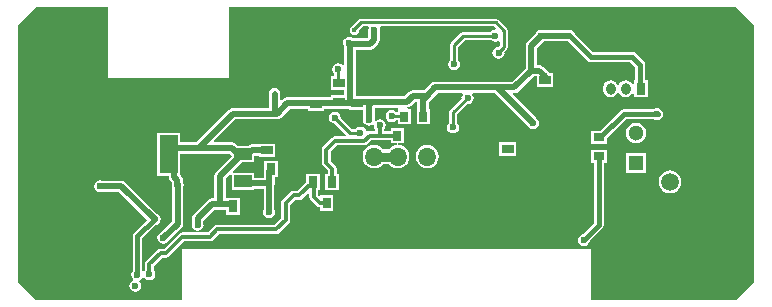
<source format=gbl>
G04*
G04 #@! TF.GenerationSoftware,Altium Limited,Altium Designer,19.0.11 (319)*
G04*
G04 Layer_Physical_Order=2*
G04 Layer_Color=16711680*
%FSLAX25Y25*%
%MOIN*%
G70*
G01*
G75*
%ADD37R,0.02756X0.03543*%
%ADD52R,0.03543X0.02756*%
%ADD54R,0.03843X0.03000*%
%ADD55R,0.03000X0.03843*%
%ADD93C,0.01575*%
%ADD94C,0.02165*%
%ADD99C,0.01181*%
%ADD103C,0.01968*%
%ADD104C,0.01122*%
%ADD105C,0.00984*%
%ADD106C,0.03150*%
%ADD107C,0.01500*%
%ADD108C,0.01378*%
%ADD110R,0.05118X0.05118*%
%ADD111C,0.05118*%
%ADD112O,0.05906X0.06299*%
%ADD113R,0.05118X0.06890*%
%ADD114R,0.04000X0.03150*%
%ADD115O,0.04000X0.03150*%
%ADD116O,0.03150X0.04000*%
%ADD117R,0.03150X0.04000*%
%ADD118C,0.05906*%
%ADD119R,0.05906X0.05906*%
%ADD120C,0.27559*%
%ADD121C,0.02362*%
%ADD122C,0.01968*%
%ADD123C,0.01575*%
%ADD124R,0.05900X0.12900*%
%ADD125R,0.05900X0.03900*%
%ADD126C,0.01772*%
G36*
X30378Y98032D02*
X30417Y74508D01*
X70760Y74508D01*
X70760Y98032D01*
X239764D01*
X245669Y92126D01*
X245669Y6398D01*
X239862Y591D01*
X191339Y591D01*
X191339Y17520D01*
X54921Y17520D01*
X54921Y591D01*
X6398D01*
X492Y6496D01*
X492Y92224D01*
X6299Y98032D01*
X30378Y98032D01*
D02*
G37*
%LPC*%
G36*
X159547Y94316D02*
X114670D01*
X114171Y94217D01*
X113748Y93934D01*
X111562Y91748D01*
X111540Y91716D01*
X111349Y91588D01*
X111001Y91067D01*
X110879Y90453D01*
X111001Y89838D01*
X111349Y89317D01*
X111870Y88969D01*
X112484Y88847D01*
X113099Y88969D01*
X113620Y89317D01*
X113968Y89838D01*
X114090Y90453D01*
X114068Y90564D01*
X115211Y91707D01*
X116944D01*
X117218Y91207D01*
X117087Y90551D01*
X117188Y90047D01*
Y87885D01*
X117036Y87734D01*
X111909D01*
X111398Y88075D01*
X110630Y88227D01*
X109862Y88075D01*
X109211Y87640D01*
X108776Y86989D01*
X108623Y86221D01*
X108776Y85452D01*
X108861Y85325D01*
X108906Y85097D01*
X109155Y84725D01*
Y78857D01*
X108655Y78706D01*
X108604Y78782D01*
X107952Y79217D01*
X107184Y79370D01*
X106416Y79217D01*
X105765Y78782D01*
X105330Y78131D01*
X105177Y77363D01*
X105330Y76595D01*
X105765Y75944D01*
X105809Y75914D01*
Y75065D01*
X104559D01*
Y70490D01*
X109155D01*
Y68683D01*
X104559D01*
Y68048D01*
X104048D01*
X103543Y68149D01*
X103039Y68048D01*
X102315D01*
Y68131D01*
X96897D01*
Y68048D01*
X90158D01*
X89428Y67903D01*
X88809Y67490D01*
X88269Y66950D01*
X87807Y67141D01*
Y69291D01*
X87662Y70021D01*
X87248Y70640D01*
X86630Y71053D01*
X85900Y71198D01*
X85171Y71053D01*
X84552Y70640D01*
X84139Y70021D01*
X83994Y69291D01*
Y64505D01*
X72047D01*
X71318Y64360D01*
X70699Y63947D01*
X59840Y53088D01*
X54330D01*
Y56313D01*
X46855D01*
Y41838D01*
X50553D01*
Y41575D01*
X50698Y40846D01*
X51111Y40227D01*
X51538Y39800D01*
Y38691D01*
X51536Y38681D01*
X51538Y38671D01*
Y38583D01*
X51637Y38088D01*
Y26774D01*
X47643Y22781D01*
X47436Y22642D01*
X47001Y21991D01*
X46848Y21223D01*
X47001Y20455D01*
X47436Y19804D01*
X48087Y19369D01*
X48856Y19216D01*
X49624Y19369D01*
X50275Y19804D01*
X50708Y20453D01*
X54892Y24636D01*
X55305Y25255D01*
X55450Y25984D01*
Y38177D01*
X55550Y38681D01*
X55398Y39449D01*
X55352Y39518D01*
Y40590D01*
X55206Y41319D01*
X54793Y41938D01*
X54366Y42365D01*
Y46558D01*
X54330Y46742D01*
Y49274D01*
X60630D01*
X61009Y49350D01*
X61043Y49327D01*
X61811Y49174D01*
X62316Y49274D01*
X68787D01*
X69291Y49174D01*
X69607Y49237D01*
X70884D01*
X71655Y48466D01*
Y48384D01*
X66368Y43098D01*
X65955Y42479D01*
X65810Y41750D01*
Y34439D01*
X65111D01*
X64381Y34293D01*
X63762Y33880D01*
X58926Y29043D01*
X58512Y28425D01*
X58367Y27695D01*
Y26284D01*
X58229Y25591D01*
X58382Y24823D01*
X58817Y24171D01*
X59468Y23736D01*
X60236Y23584D01*
X61004Y23736D01*
X61655Y24171D01*
X62090Y24823D01*
X62243Y25591D01*
X62181Y25906D01*
Y26905D01*
X65900Y30625D01*
X69719D01*
Y28984D01*
X74294D01*
Y34402D01*
X71773D01*
X71589Y34439D01*
X69623D01*
Y40960D01*
X71155Y42491D01*
X71655Y42284D01*
Y37288D01*
X79129D01*
Y37569D01*
X82240D01*
Y30663D01*
X82192Y30591D01*
X82039Y29823D01*
X82192Y29055D01*
X82627Y28404D01*
X83278Y27968D01*
X84046Y27816D01*
X84814Y27968D01*
X85465Y28404D01*
X85900Y29055D01*
X86053Y29823D01*
X85900Y30591D01*
X85852Y30663D01*
Y38627D01*
X85970Y39220D01*
Y41385D01*
X86951D01*
Y46804D01*
X82376D01*
Y43589D01*
X82358Y43495D01*
Y41182D01*
X79129D01*
Y42763D01*
X72133D01*
X71926Y43263D01*
X75001Y46338D01*
X79129D01*
Y48466D01*
X79210Y48546D01*
X80756D01*
Y48065D01*
X86174D01*
Y52640D01*
X80756D01*
Y52359D01*
X78420D01*
X77690Y52214D01*
X77089Y51813D01*
X73701D01*
X73022Y52492D01*
X72404Y52905D01*
X71674Y53050D01*
X69985D01*
X69291Y53188D01*
X68787Y53088D01*
X65886D01*
X65695Y53550D01*
X72837Y60692D01*
X86614D01*
X87344Y60837D01*
X87962Y61250D01*
X90947Y64235D01*
X96897D01*
Y63556D01*
X102315D01*
Y64235D01*
X103039D01*
X103543Y64135D01*
X104048Y64235D01*
X104559D01*
Y64109D01*
X109977D01*
Y64235D01*
X110543D01*
Y63895D01*
X115416D01*
Y61101D01*
X115316Y60597D01*
X115469Y59829D01*
X115904Y59178D01*
X116555Y58742D01*
X117323Y58590D01*
X118091Y58742D01*
X118414Y58958D01*
X118865Y58664D01*
X119018Y57896D01*
X119367Y57374D01*
Y56820D01*
X117554D01*
X116978Y56706D01*
X116913Y56662D01*
X116358Y56893D01*
X116323Y57067D01*
X115888Y57718D01*
X115237Y58153D01*
X114469Y58306D01*
X113700Y58153D01*
X113049Y57718D01*
X112973Y57604D01*
X111479D01*
X107984Y61098D01*
X108011Y61234D01*
X107858Y62002D01*
X107423Y62653D01*
X106772Y63088D01*
X106004Y63241D01*
X105236Y63088D01*
X104585Y62653D01*
X104150Y62002D01*
X103997Y61234D01*
X104150Y60465D01*
X104585Y59814D01*
X105236Y59379D01*
X106004Y59226D01*
X106139Y59253D01*
X109844Y55549D01*
X109637Y55049D01*
X106090D01*
X105514Y54934D01*
X105025Y54608D01*
X102085Y51667D01*
X101759Y51179D01*
X101644Y50603D01*
Y46260D01*
X101759Y45684D01*
X102085Y45195D01*
X103613Y43668D01*
Y42473D01*
X102773D01*
Y37055D01*
X107348D01*
Y42473D01*
X106623D01*
Y44291D01*
X106509Y44867D01*
X106183Y45356D01*
X104655Y46883D01*
Y49980D01*
X106713Y52038D01*
X115782D01*
X116358Y52153D01*
X116847Y52479D01*
X118177Y53810D01*
X124567D01*
Y52756D01*
X126780D01*
X126813Y52256D01*
X126644Y52234D01*
X125992Y52148D01*
X125082Y51771D01*
X124301Y51171D01*
X123951Y50716D01*
X122112D01*
X121762Y51171D01*
X120981Y51771D01*
X120071Y52148D01*
X119095Y52276D01*
X118118Y52148D01*
X117208Y51771D01*
X116427Y51171D01*
X115828Y50390D01*
X115451Y49480D01*
X115322Y48504D01*
Y48110D01*
X115451Y47134D01*
X115828Y46224D01*
X116427Y45443D01*
X117208Y44843D01*
X118118Y44466D01*
X119095Y44338D01*
X120071Y44466D01*
X120981Y44843D01*
X121762Y45443D01*
X122112Y45899D01*
X123951D01*
X124301Y45443D01*
X125082Y44843D01*
X125992Y44466D01*
X126969Y44338D01*
X127945Y44466D01*
X128855Y44843D01*
X129636Y45443D01*
X130236Y46224D01*
X130612Y47134D01*
X130741Y48110D01*
Y48504D01*
X130612Y49480D01*
X130236Y50390D01*
X129636Y51171D01*
X128855Y51771D01*
X127945Y52148D01*
X127293Y52234D01*
X127124Y52256D01*
X127157Y52756D01*
X128898D01*
Y57874D01*
X124567D01*
Y56820D01*
X122377D01*
Y57374D01*
X122726Y57896D01*
X122879Y58664D01*
X122726Y59432D01*
X122291Y60084D01*
X121640Y60519D01*
X120872Y60671D01*
X120104Y60519D01*
X119781Y60303D01*
X119330Y60597D01*
X119229Y61101D01*
Y64629D01*
X126920D01*
X127027Y64173D01*
X127028Y64129D01*
Y63189D01*
X126350D01*
X126321Y63233D01*
X125670Y63668D01*
X124902Y63821D01*
X124134Y63668D01*
X123482Y63233D01*
X123047Y62582D01*
X122895Y61814D01*
X123047Y61046D01*
X123482Y60395D01*
X124134Y59960D01*
X124902Y59807D01*
X125670Y59960D01*
X126321Y60395D01*
X126350Y60439D01*
X127028D01*
Y59055D01*
X131358D01*
Y64173D01*
X130229D01*
X130180Y64673D01*
X130686Y64774D01*
X131304Y65187D01*
X132714Y66597D01*
X133467D01*
Y64173D01*
X133209D01*
Y59055D01*
X137539D01*
Y64173D01*
X137281D01*
Y66421D01*
X137766Y66906D01*
X138033Y67085D01*
X138319Y67512D01*
X140258Y69452D01*
X148321D01*
X148589Y68952D01*
X148343Y68583D01*
X148190Y67815D01*
X148217Y67680D01*
X144451Y63915D01*
X144169Y63491D01*
X144069Y62992D01*
Y59567D01*
X143955Y59490D01*
X143520Y58839D01*
X143367Y58071D01*
X143520Y57303D01*
X143955Y56652D01*
X144606Y56217D01*
X145374Y56064D01*
X146142Y56217D01*
X146793Y56652D01*
X147228Y57303D01*
X147381Y58071D01*
X147228Y58839D01*
X146793Y59490D01*
X146679Y59567D01*
Y62452D01*
X150062Y65835D01*
X150197Y65808D01*
X150965Y65961D01*
X151616Y66396D01*
X152051Y67047D01*
X152204Y67815D01*
X152051Y68583D01*
X151805Y68952D01*
X152072Y69452D01*
X159348D01*
X170342Y58457D01*
X170628Y58030D01*
X171279Y57595D01*
X172047Y57442D01*
X172815Y57595D01*
X173467Y58030D01*
X173901Y58681D01*
X174054Y59449D01*
X173901Y60217D01*
X173467Y60868D01*
X173039Y61154D01*
X165203Y68990D01*
X165394Y69452D01*
X165847D01*
X166576Y69597D01*
X167195Y70010D01*
X172247Y75062D01*
X173226D01*
X173275Y75012D01*
Y71489D01*
X178693D01*
Y76064D01*
X177523D01*
X177332Y76348D01*
X175364Y78317D01*
X174745Y78730D01*
X174016Y78875D01*
X173363D01*
Y84466D01*
X175593Y86696D01*
X183739D01*
X190145Y80290D01*
X190699Y79920D01*
X191352Y79790D01*
X204412D01*
X206034Y78167D01*
Y73654D01*
X205532D01*
Y72495D01*
X205031Y72344D01*
X204597Y72994D01*
X203815Y73516D01*
X202894Y73700D01*
X201972Y73516D01*
X201191Y72994D01*
X200669Y72213D01*
X200649Y72113D01*
X200139D01*
X200119Y72213D01*
X199597Y72994D01*
X198815Y73516D01*
X197894Y73700D01*
X196972Y73516D01*
X196191Y72994D01*
X195669Y72213D01*
X195485Y71291D01*
Y70441D01*
X195669Y69519D01*
X196191Y68738D01*
X196972Y68216D01*
X197894Y68032D01*
X198815Y68216D01*
X199597Y68738D01*
X200119Y69519D01*
X200139Y69620D01*
X200649D01*
X200669Y69519D01*
X201191Y68738D01*
X201972Y68216D01*
X202894Y68032D01*
X203815Y68216D01*
X204597Y68738D01*
X205031Y69389D01*
X205532Y69237D01*
Y68079D01*
X210256D01*
Y73654D01*
X209447D01*
Y78874D01*
X209317Y79527D01*
X208947Y80080D01*
X206324Y82702D01*
X205771Y83072D01*
X205118Y83202D01*
X192058D01*
X186026Y89234D01*
X186007Y89332D01*
X185593Y89951D01*
X184975Y90364D01*
X184245Y90509D01*
X175308D01*
X174803Y90609D01*
X174035Y90457D01*
X173384Y90022D01*
X173098Y89594D01*
X170108Y86604D01*
X169695Y85986D01*
X169550Y85256D01*
Y77758D01*
X165057Y73265D01*
X139469D01*
X138739Y73120D01*
X138120Y72707D01*
X135824Y70411D01*
X131924D01*
X131195Y70266D01*
X130576Y69852D01*
X129166Y68442D01*
X115961D01*
Y68470D01*
X112968D01*
Y83920D01*
X117826D01*
X118556Y84065D01*
X119174Y84478D01*
X120443Y85747D01*
X120443Y85747D01*
X120856Y86365D01*
X121001Y87095D01*
X121001Y87095D01*
Y90047D01*
X121102Y90551D01*
X120971Y91207D01*
X121245Y91707D01*
X159007D01*
X159656Y91058D01*
X159495Y90693D01*
X159423Y90584D01*
X158681Y90437D01*
X158030Y90002D01*
X157953Y89887D01*
X148836D01*
X148337Y89788D01*
X147913Y89505D01*
X144823Y86415D01*
X144540Y85992D01*
X144441Y85492D01*
Y80573D01*
X144326Y80497D01*
X143891Y79846D01*
X143739Y79078D01*
X143891Y78310D01*
X144326Y77658D01*
X144978Y77223D01*
X145746Y77071D01*
X146514Y77223D01*
X147165Y77658D01*
X147600Y78310D01*
X147753Y79078D01*
X147600Y79846D01*
X147165Y80497D01*
X147050Y80573D01*
Y84952D01*
X149376Y87278D01*
X157953D01*
X158030Y87164D01*
X158681Y86728D01*
X159449Y86576D01*
X160217Y86728D01*
X160499Y86917D01*
X160999Y86649D01*
Y85401D01*
X160466Y84868D01*
X159763Y84728D01*
X159112Y84293D01*
X158677Y83642D01*
X158524Y82874D01*
X158677Y82106D01*
X159112Y81455D01*
X159763Y81020D01*
X160531Y80867D01*
X161300Y81020D01*
X161951Y81455D01*
X162386Y82106D01*
X162539Y82874D01*
X162476Y83188D01*
X163226Y83938D01*
X163508Y84361D01*
X163608Y84861D01*
Y90256D01*
X163508Y90755D01*
X163226Y91178D01*
X160470Y93934D01*
X160047Y94217D01*
X159964Y94234D01*
X159547Y94316D01*
D02*
G37*
G36*
X213386Y64507D02*
X212618Y64354D01*
X212246Y64106D01*
X202224D01*
X202224Y64106D01*
X201610Y63983D01*
X201089Y63635D01*
X201089Y63635D01*
X194284Y56831D01*
X191437D01*
Y52500D01*
X196555D01*
Y54560D01*
X202889Y60894D01*
X212246D01*
X212618Y60646D01*
X213386Y60493D01*
X214154Y60646D01*
X214805Y61081D01*
X215240Y61732D01*
X215393Y62500D01*
X215240Y63268D01*
X214805Y63919D01*
X214154Y64354D01*
X213386Y64507D01*
D02*
G37*
G36*
X206398Y59556D02*
X205524Y59441D01*
X204710Y59104D01*
X204011Y58568D01*
X203474Y57869D01*
X203137Y57055D01*
X203022Y56181D01*
X203137Y55308D01*
X203474Y54493D01*
X204011Y53794D01*
X204710Y53258D01*
X205524Y52921D01*
X206398Y52806D01*
X207271Y52921D01*
X208085Y53258D01*
X208784Y53794D01*
X209321Y54493D01*
X209658Y55308D01*
X209773Y56181D01*
X209658Y57055D01*
X209321Y57869D01*
X208784Y58568D01*
X208085Y59104D01*
X207271Y59441D01*
X206398Y59556D01*
D02*
G37*
G36*
X166370Y53207D02*
X160795D01*
Y48482D01*
X166370D01*
Y53207D01*
D02*
G37*
G36*
X136811Y52276D02*
X135835Y52148D01*
X134925Y51771D01*
X134143Y51171D01*
X133544Y50390D01*
X133167Y49480D01*
X133039Y48504D01*
Y48110D01*
X133167Y47134D01*
X133544Y46224D01*
X134143Y45443D01*
X134925Y44843D01*
X135835Y44466D01*
X136811Y44338D01*
X137787Y44466D01*
X138697Y44843D01*
X139479Y45443D01*
X140078Y46224D01*
X140455Y47134D01*
X140583Y48110D01*
Y48504D01*
X140455Y49480D01*
X140078Y50390D01*
X139479Y51171D01*
X138697Y51771D01*
X137787Y52148D01*
X136811Y52276D01*
D02*
G37*
G36*
X209744Y49528D02*
X203051D01*
Y42835D01*
X209744D01*
Y49528D01*
D02*
G37*
G36*
X217717Y43654D02*
X216740Y43526D01*
X215830Y43149D01*
X215049Y42549D01*
X214450Y41768D01*
X214073Y40858D01*
X213944Y39882D01*
X214073Y38906D01*
X214450Y37996D01*
X215049Y37214D01*
X215830Y36615D01*
X216740Y36238D01*
X217717Y36110D01*
X218693Y36238D01*
X219603Y36615D01*
X220384Y37214D01*
X220984Y37996D01*
X221360Y38906D01*
X221489Y39882D01*
X221360Y40858D01*
X220984Y41768D01*
X220384Y42549D01*
X219603Y43149D01*
X218693Y43526D01*
X217717Y43654D01*
D02*
G37*
G36*
X196555Y50650D02*
X191437D01*
Y46319D01*
X192390D01*
Y26157D01*
X188647Y22414D01*
X188208Y22327D01*
X187557Y21892D01*
X187122Y21240D01*
X186969Y20472D01*
X187122Y19704D01*
X187557Y19053D01*
X188208Y18618D01*
X188976Y18465D01*
X189744Y18618D01*
X190396Y19053D01*
X190831Y19704D01*
X190918Y20143D01*
X195131Y24357D01*
X195480Y24878D01*
X195602Y25492D01*
X195602Y25492D01*
Y46319D01*
X196555D01*
Y50650D01*
D02*
G37*
G36*
X100967Y42473D02*
X96392D01*
Y39814D01*
X93418Y36840D01*
X92224D01*
X91648Y36725D01*
X91160Y36399D01*
X88503Y33742D01*
X88176Y33253D01*
X88062Y32677D01*
Y27789D01*
X85794Y25521D01*
X66831D01*
X66255Y25407D01*
X65766Y25080D01*
X63747Y23060D01*
X55118D01*
X54542Y22946D01*
X54054Y22619D01*
X49081Y17647D01*
X47906D01*
X47330Y17532D01*
X46841Y17206D01*
X43100Y13465D01*
X42774Y12977D01*
X42660Y12401D01*
Y10345D01*
X42597Y10252D01*
X41994Y10184D01*
X41763Y10398D01*
Y20989D01*
X46195Y25421D01*
X46634Y25508D01*
X47285Y25943D01*
X47720Y26594D01*
X47873Y27362D01*
X47720Y28130D01*
X47285Y28781D01*
X46634Y29217D01*
X46550Y29233D01*
X36120Y39663D01*
X35534Y40055D01*
X34843Y40192D01*
X28694D01*
X28622Y40240D01*
X27854Y40393D01*
X27086Y40240D01*
X26435Y39805D01*
X26000Y39154D01*
X25847Y38386D01*
X26000Y37618D01*
X26435Y36967D01*
X27086Y36531D01*
X27854Y36379D01*
X28622Y36531D01*
X28694Y36579D01*
X34094D01*
X43453Y27220D01*
X39022Y22789D01*
X38674Y22268D01*
X38552Y21654D01*
X38552Y21654D01*
Y10097D01*
X38303Y9725D01*
X38150Y8957D01*
X38303Y8189D01*
X38738Y7537D01*
X38770Y7516D01*
X38648Y6996D01*
X38049Y6596D01*
X37614Y5945D01*
X37461Y5177D01*
X37614Y4409D01*
X38049Y3758D01*
X38700Y3323D01*
X39469Y3170D01*
X40237Y3323D01*
X40888Y3758D01*
X41323Y4409D01*
X41476Y5177D01*
X41323Y5945D01*
X40888Y6596D01*
X40856Y6618D01*
X40978Y7137D01*
X41577Y7537D01*
X41894Y8013D01*
X42419Y8062D01*
X42472Y8046D01*
X42746Y7636D01*
X43397Y7201D01*
X44165Y7048D01*
X44933Y7201D01*
X45584Y7636D01*
X46019Y8287D01*
X46172Y9055D01*
X46019Y9823D01*
X45670Y10345D01*
Y11777D01*
X48529Y14636D01*
X49705D01*
X50281Y14751D01*
X50769Y15077D01*
X55742Y20050D01*
X64370D01*
X64946Y20164D01*
X65434Y20491D01*
X67454Y22511D01*
X86417D01*
X86993Y22625D01*
X87482Y22951D01*
X90631Y26101D01*
X90958Y26589D01*
X91072Y27165D01*
Y32054D01*
X92848Y33829D01*
X94042D01*
X94618Y33944D01*
X95106Y34270D01*
X96950Y36114D01*
X97412Y35923D01*
Y34941D01*
X97527Y34365D01*
X97853Y33876D01*
X99920Y31810D01*
X100408Y31483D01*
X100984Y31369D01*
X101142D01*
Y30217D01*
X105472D01*
Y35335D01*
X101142D01*
Y35335D01*
X100796Y35191D01*
X100423Y35565D01*
Y37055D01*
X100967D01*
Y42473D01*
D02*
G37*
%LPD*%
D37*
X132913Y55315D02*
D03*
X126732D02*
D03*
X109488Y32776D02*
D03*
X103307D02*
D03*
X135374Y61614D02*
D03*
X129193D02*
D03*
D52*
X193996Y48484D02*
D03*
Y54665D02*
D03*
D54*
X107268Y72777D02*
D03*
Y66396D02*
D03*
X99606Y59462D02*
D03*
Y65843D02*
D03*
X113252Y59802D02*
D03*
Y66183D02*
D03*
X83465Y56734D02*
D03*
Y50353D02*
D03*
X175984Y67395D02*
D03*
Y73777D02*
D03*
D55*
X105061Y39764D02*
D03*
X98680D02*
D03*
X78387Y31693D02*
D03*
X72006D02*
D03*
X91045Y44094D02*
D03*
X84664D02*
D03*
D93*
X142521Y38384D02*
X154200D01*
X160825D01*
X40157Y21654D02*
X45866Y27362D01*
X40157Y9350D02*
Y21654D01*
X193996Y25492D02*
Y48484D01*
X188976Y20472D02*
X193996Y25492D01*
X194390Y54665D02*
X202224Y62500D01*
X193996Y54665D02*
X194390D01*
X202224Y62500D02*
X213386D01*
X213537Y62349D01*
X160825Y38384D02*
X163248Y40807D01*
X163779D01*
D94*
X48856Y21223D02*
Y21296D01*
X53543Y25984D01*
Y38681D01*
X85900Y63312D02*
X86614Y62598D01*
X85900Y63312D02*
Y69291D01*
X90158Y66142D02*
X103543D01*
X20144Y15748D02*
X27102Y8789D01*
X31132D01*
X60236Y25591D02*
X60274Y25628D01*
X117323Y60597D02*
Y65521D01*
X60274Y27695D02*
X65111Y32532D01*
X71589D01*
X72106Y32015D01*
Y31693D02*
Y32015D01*
X111417Y66535D02*
X118337D01*
X103543Y66142D02*
X111024D01*
X60630Y51181D02*
X72047Y62598D01*
X53445Y38583D02*
Y40590D01*
X117323Y65521D02*
X118337Y66535D01*
X15748Y15748D02*
X20144D01*
X52460Y41575D02*
X53445Y40590D01*
X52460Y41575D02*
Y46558D01*
X50592Y48425D02*
X52460Y46558D01*
X175984Y73677D02*
Y75000D01*
X174016Y76968D02*
X175984Y75000D01*
X171457Y76968D02*
X174016D01*
X110668Y85827D02*
X117826D01*
X86614Y62598D02*
X90158Y66142D01*
X111024D02*
X111061Y66179D01*
X72047Y62598D02*
X86614D01*
X67716Y33071D02*
Y41750D01*
X60274Y25628D02*
Y27695D01*
X171457Y85256D02*
X174803Y88602D01*
X171457Y76968D02*
Y85256D01*
X165847Y71358D02*
X171457Y76968D01*
X119095Y87095D02*
Y90551D01*
X160138Y71358D02*
X165847D01*
X160138D02*
X172047Y59449D01*
X139469Y71358D02*
X160138D01*
X136614Y68504D02*
X139469Y71358D01*
X136614Y68451D02*
Y68504D01*
X135374Y67211D02*
X136614Y68451D01*
X135374Y61614D02*
Y67211D01*
X129956Y66535D02*
X131924Y68504D01*
X136614D01*
X118337Y66535D02*
X129956D01*
X74392Y48425D02*
X75392D01*
X52460Y51181D02*
X60630D01*
X78420Y50453D02*
X83465D01*
X76392Y48425D02*
X78420Y50453D01*
X15748Y15748D02*
Y46063D01*
X26378Y56693D01*
Y56746D01*
X27945Y58313D01*
X174803Y88602D02*
X184245D01*
X117826Y85827D02*
X119095Y87095D01*
X110668Y85827D02*
X111061Y85433D01*
Y66179D02*
Y85433D01*
Y66179D02*
X111417Y66535D01*
X67716Y41750D02*
X74392Y48425D01*
X50592Y49314D02*
X52460Y51181D01*
X50592Y48425D02*
Y49314D01*
X61811Y51181D02*
X69291D01*
X69329Y51143D01*
X71674D01*
X74392Y48425D01*
D99*
X216307Y68669D02*
X230315Y82677D01*
X177559Y59449D02*
Y64385D01*
X184747Y71572D01*
X94085Y94488D02*
X96998Y91575D01*
X83858Y94488D02*
X94085D01*
X83858Y87795D02*
Y94488D01*
Y87795D02*
X93169D01*
X162992Y80315D02*
X167323Y84646D01*
X160809Y80315D02*
X162992D01*
X156872Y76378D02*
X160809Y80315D01*
X125591Y76378D02*
X156872D01*
X167323Y84646D02*
Y94882D01*
X127441D02*
X167323D01*
X54734Y59055D02*
X57087Y56703D01*
X28687Y59055D02*
X54734D01*
X27945Y58313D02*
X28687Y59055D01*
X164156Y41184D02*
X167168D01*
X163779Y40807D02*
X164156Y41184D01*
X167168D02*
X169291Y43307D01*
Y51181D01*
X177559Y59449D01*
X167323Y94882D02*
X187837D01*
X213899Y23109D02*
X215816D01*
X223177Y15748D01*
X230315D01*
Y55000D02*
Y82677D01*
Y15748D02*
Y55000D01*
X234735Y50580D01*
X195512Y87207D02*
Y91575D01*
X217717Y92913D02*
X227953Y82677D01*
X230315D01*
X196850Y92913D02*
X217717D01*
X195512Y91575D02*
X196850Y92913D01*
X187837Y94882D02*
X195512Y87207D01*
X75392Y57475D02*
X76234Y56634D01*
X83465D01*
X87120D01*
X89764Y53990D01*
Y48893D02*
Y53990D01*
Y48893D02*
X90869Y47788D01*
Y44170D02*
Y47788D01*
Y44170D02*
X90945Y44094D01*
D103*
X75392Y39375D02*
X83773D01*
X84046Y39102D02*
X84164Y39220D01*
Y43495D01*
X84764Y44094D01*
X83773Y39375D02*
X84046Y39102D01*
Y29823D02*
Y39102D01*
X27854Y38386D02*
X34843D01*
X45866Y27362D01*
D104*
X124902Y61814D02*
X128993D01*
X107184Y73744D02*
Y77363D01*
X106693Y73252D02*
X107184Y73744D01*
X106693Y73252D02*
X107268Y72677D01*
X128993Y61814D02*
X129193Y61614D01*
D105*
X110938Y56299D02*
X114469D01*
X106004Y61234D02*
X110938Y56299D01*
X114670Y93012D02*
X159547D01*
X112484Y90826D02*
X114670Y93012D01*
X112484Y90453D02*
Y90826D01*
X162303Y84861D02*
Y90256D01*
X160531Y83089D02*
X162303Y84861D01*
X160531Y82874D02*
Y83089D01*
X159547Y93012D02*
X162303Y90256D01*
X148836Y88583D02*
X159449D01*
X145746Y85492D02*
X148836Y88583D01*
X145746Y79078D02*
Y85492D01*
X145374Y62992D02*
X150197Y67815D01*
X145374Y58071D02*
Y62992D01*
D106*
X119095Y48307D02*
X126969D01*
D107*
X213899Y23109D02*
X214961Y22047D01*
X211811Y25197D02*
X213899Y23109D01*
X214961Y8661D02*
Y22047D01*
D108*
X66831Y24016D02*
X86417D01*
X64370Y21555D02*
X66831Y24016D01*
X55118Y21555D02*
X64370D01*
X49705Y16142D02*
X55118Y21555D01*
X47906Y16142D02*
X49705D01*
X117554Y55315D02*
X120872D01*
X115782Y53543D02*
X117554Y55315D01*
X106090Y53543D02*
X115782D01*
X120872Y55315D02*
Y58664D01*
Y55315D02*
X126732D01*
X100984Y32874D02*
X103209D01*
X103307Y32776D01*
X98917Y34941D02*
X100984Y32874D01*
X98917Y34941D02*
Y39626D01*
X98779Y39764D02*
X98917Y39626D01*
X103150Y50603D02*
X106090Y53543D01*
X103150Y46260D02*
Y50603D01*
X105118Y39921D02*
Y44291D01*
X104961Y39764D02*
X105118Y39921D01*
X103150Y46260D02*
X105118Y44291D01*
X94042Y35335D02*
X98274Y39567D01*
X92224Y35335D02*
X94042D01*
X103307Y32382D02*
Y32776D01*
X44165Y12401D02*
X47906Y16142D01*
X44165Y9055D02*
Y12401D01*
X86417Y24016D02*
X89567Y27165D01*
Y32677D01*
X92224Y35335D01*
D110*
X206398Y46181D02*
D03*
D111*
Y56181D02*
D03*
D112*
X109252Y48307D02*
D03*
X119095D02*
D03*
X126969D02*
D03*
X136811D02*
D03*
D113*
X97835Y50827D02*
D03*
X148228D02*
D03*
X151181Y29331D02*
D03*
X94882D02*
D03*
D114*
X163583Y50845D02*
D03*
D115*
Y45845D02*
D03*
D116*
X192894Y70866D02*
D03*
X197894D02*
D03*
X202894D02*
D03*
D117*
X207894D02*
D03*
D118*
X217717Y39882D02*
D03*
D119*
Y49882D02*
D03*
D120*
X230315Y82677D02*
D03*
Y15748D02*
D03*
X15748Y82677D02*
D03*
Y15748D02*
D03*
D121*
X48856Y21223D02*
D03*
X120872Y58664D02*
D03*
X92467Y44488D02*
D03*
X80610Y46804D02*
D03*
X82087Y70534D02*
D03*
X89173Y70374D02*
D03*
X96653Y70350D02*
D03*
X25886Y52362D02*
D03*
X39469Y5177D02*
D03*
X31132Y8789D02*
D03*
X60236Y25591D02*
D03*
X117323Y60597D02*
D03*
X124902Y61814D02*
D03*
X84046Y29823D02*
D03*
X114469Y56299D02*
D03*
X42913Y18799D02*
D03*
X45866Y27362D02*
D03*
X44165Y9055D02*
D03*
X40157Y8957D02*
D03*
X35827Y26476D02*
D03*
X27854Y38386D02*
D03*
X53543Y38681D02*
D03*
X102559Y84055D02*
D03*
X105118D02*
D03*
X107677D02*
D03*
X110630Y86221D02*
D03*
X103150Y77008D02*
D03*
X102165Y74803D02*
D03*
X107184Y77363D02*
D03*
X103543Y66142D02*
D03*
X237795Y29724D02*
D03*
X240945D02*
D03*
Y47520D02*
D03*
X237795D02*
D03*
X213386Y62500D02*
D03*
X123047Y42323D02*
D03*
X130807Y29217D02*
D03*
X115748Y29134D02*
D03*
X169488Y39903D02*
D03*
X165945D02*
D03*
X162795Y39911D02*
D03*
X159567D02*
D03*
X68307Y20177D02*
D03*
X173721Y20472D02*
D03*
X154003Y43847D02*
D03*
X3937Y55453D02*
D03*
X8661Y64028D02*
D03*
X55905Y65582D02*
D03*
X41339Y65354D02*
D03*
X27165Y65374D02*
D03*
X16142Y66535D02*
D03*
X100172Y70472D02*
D03*
X71273Y68898D02*
D03*
X74823D02*
D03*
X58105D02*
D03*
X62868D02*
D03*
X66929D02*
D03*
X43817D02*
D03*
X48579D02*
D03*
X53342D02*
D03*
X39053D02*
D03*
X34291D02*
D03*
X29528D02*
D03*
X24765D02*
D03*
X78959Y94800D02*
D03*
X75984Y93028D02*
D03*
Y96374D02*
D03*
X83858Y82368D02*
D03*
X83958Y84957D02*
D03*
X80118Y85039D02*
D03*
X80140Y82451D02*
D03*
X78959Y87400D02*
D03*
X77187Y88975D02*
D03*
X74825Y89388D02*
D03*
X98032Y79694D02*
D03*
X95472D02*
D03*
X80118D02*
D03*
X82677D02*
D03*
X90354D02*
D03*
X85236D02*
D03*
X87795D02*
D03*
X92913D02*
D03*
X99803Y74016D02*
D03*
X97441Y73917D02*
D03*
X92467D02*
D03*
X89908D02*
D03*
X95026D02*
D03*
X87349D02*
D03*
X84790D02*
D03*
X79134Y73602D02*
D03*
X76772Y74016D02*
D03*
X29134Y89764D02*
D03*
Y96850D02*
D03*
Y94488D02*
D03*
Y92126D02*
D03*
X72047D02*
D03*
Y94488D02*
D03*
X72047Y73130D02*
D03*
X69488D02*
D03*
X66929D02*
D03*
X64370D02*
D03*
X61811D02*
D03*
X33661Y73228D02*
D03*
X28543D02*
D03*
X31102D02*
D03*
X36220D02*
D03*
X43898D02*
D03*
X38780D02*
D03*
X41339D02*
D03*
X51575D02*
D03*
X46457D02*
D03*
X49016D02*
D03*
X59252Y73130D02*
D03*
X54134Y73228D02*
D03*
X56693D02*
D03*
X159153Y59390D02*
D03*
X170866Y69006D02*
D03*
X42698Y50886D02*
D03*
X75000Y75590D02*
D03*
X160433Y76320D02*
D03*
X119095Y90551D02*
D03*
X159449Y88583D02*
D03*
X160531Y82874D02*
D03*
X150197Y67815D02*
D03*
X145746Y79078D02*
D03*
X106004Y61234D02*
D03*
X145374Y58071D02*
D03*
X6496Y31201D02*
D03*
X3937Y69006D02*
D03*
X188976Y20472D02*
D03*
X72047Y96850D02*
D03*
X73828Y77559D02*
D03*
X73819Y79921D02*
D03*
X73721Y82874D02*
D03*
X57087Y56703D02*
D03*
X121260Y76378D02*
D03*
X125591D02*
D03*
X116929Y80709D02*
D03*
X125591D02*
D03*
X121260D02*
D03*
X125591Y72441D02*
D03*
X121260D02*
D03*
X116929D02*
D03*
Y76181D02*
D03*
X136614Y68504D02*
D03*
X174803Y88602D02*
D03*
X172047Y59449D02*
D03*
X69291Y51181D02*
D03*
X61811D02*
D03*
X214961Y8661D02*
D03*
X211811Y25197D02*
D03*
D122*
X92467Y49882D02*
D03*
X85900Y69291D02*
D03*
D123*
X100172Y83071D02*
D03*
X112484Y90453D02*
D03*
X71674Y75984D02*
D03*
Y78740D02*
D03*
Y81496D02*
D03*
X104724Y78740D02*
D03*
D124*
X50592Y49075D02*
D03*
D125*
X75392D02*
D03*
Y58125D02*
D03*
Y40025D02*
D03*
D126*
X207740Y70570D02*
Y78874D01*
X205118Y81496D02*
X207740Y78874D01*
X191352Y81496D02*
X205118D01*
X184245Y88602D02*
X191352Y81496D01*
M02*

</source>
